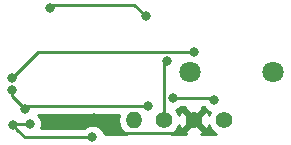
<source format=gbl>
G04 #@! TF.FileFunction,Copper,L2,Bot,Signal*
%FSLAX46Y46*%
G04 Gerber Fmt 4.6, Leading zero omitted, Abs format (unit mm)*
G04 Created by KiCad (PCBNEW 4.1.0-alpha+201608131231+7028~46~ubuntu16.04.1-product) date Sun Aug 14 13:26:06 2016*
%MOMM*%
%LPD*%
G01*
G04 APERTURE LIST*
%ADD10C,0.100000*%
%ADD11C,1.397000*%
%ADD12O,1.397000X1.397000*%
%ADD13C,1.800000*%
%ADD14C,0.800000*%
%ADD15C,0.250000*%
%ADD16C,0.254000*%
G04 APERTURE END LIST*
D10*
D11*
X100730000Y-86500000D03*
X103270000Y-86500000D03*
D12*
X98190000Y-86500000D03*
D11*
X105810000Y-86500000D03*
D13*
X110000000Y-82400000D03*
X103000000Y-82400000D03*
D14*
X95700000Y-86974990D03*
X88980777Y-85553957D03*
X87900000Y-83900000D03*
X104988935Y-84818556D03*
X99405152Y-85298011D03*
X101500000Y-84600000D03*
X89400000Y-86800000D03*
X87949988Y-86895050D03*
X94700000Y-87900023D03*
X87857847Y-82900877D03*
X103300000Y-80700000D03*
X101000000Y-81500000D03*
X99200000Y-77700000D03*
X91100000Y-77000000D03*
D15*
X94725010Y-86000000D02*
X95700000Y-86974990D01*
X96099999Y-87374989D02*
X95700000Y-86974990D01*
X102195011Y-87574989D02*
X96299999Y-87574989D01*
X96299999Y-87574989D02*
X96099999Y-87374989D01*
X103270000Y-86500000D02*
X102195011Y-87574989D01*
X95700000Y-86600000D02*
X95700000Y-86974990D01*
X87900000Y-83900000D02*
X87900000Y-84473180D01*
X87900000Y-84473180D02*
X88980777Y-85553957D01*
X99405152Y-85298011D02*
X89236723Y-85298011D01*
X89236723Y-85298011D02*
X88980777Y-85553957D01*
X104770379Y-84600000D02*
X104988935Y-84818556D01*
X101500000Y-84600000D02*
X104770379Y-84600000D01*
X89400000Y-86800000D02*
X88045038Y-86800000D01*
X88045038Y-86800000D02*
X87949988Y-86895050D01*
X94700000Y-87900023D02*
X88954961Y-87900023D01*
X88954961Y-87900023D02*
X88349987Y-87295049D01*
X88349987Y-87295049D02*
X87949988Y-86895050D01*
X87868645Y-82900877D02*
X87857847Y-82900877D01*
X88100000Y-82669522D02*
X87868645Y-82900877D01*
X88285680Y-82483842D02*
X88100000Y-82669522D01*
X88100000Y-82669522D02*
X87885681Y-82883841D01*
X90069522Y-80700000D02*
X88285680Y-82483842D01*
X103300000Y-80700000D02*
X90069522Y-80700000D01*
X100730000Y-86500000D02*
X100730000Y-81770000D01*
X100730000Y-81770000D02*
X101000000Y-81500000D01*
X95100000Y-76700000D02*
X98200000Y-76700000D01*
X98200000Y-76700000D02*
X99200000Y-77700000D01*
X91300000Y-76700000D02*
X91300000Y-76800000D01*
X91300000Y-76800000D02*
X91100000Y-77000000D01*
X95100000Y-76700000D02*
X91300000Y-76700000D01*
D16*
G36*
X102515417Y-85565812D02*
X103270000Y-86320395D01*
X104024583Y-85565812D01*
X103970727Y-85360000D01*
X104092783Y-85360000D01*
X104110993Y-85404071D01*
X104401889Y-85695475D01*
X104656309Y-85801119D01*
X104546686Y-86065118D01*
X104439800Y-85807071D01*
X104204188Y-85745417D01*
X103449605Y-86500000D01*
X104204188Y-87254583D01*
X104439800Y-87192929D01*
X104538083Y-86913688D01*
X104678854Y-87254380D01*
X105053647Y-87629827D01*
X105198560Y-87690000D01*
X103914162Y-87690000D01*
X103962929Y-87669800D01*
X104024583Y-87434188D01*
X103270000Y-86679605D01*
X102515417Y-87434188D01*
X102577071Y-87669800D01*
X102634463Y-87690000D01*
X101341942Y-87690000D01*
X101484380Y-87631146D01*
X101859827Y-87256353D01*
X101993314Y-86934882D01*
X102100200Y-87192929D01*
X102335812Y-87254583D01*
X103090395Y-86500000D01*
X102335812Y-85745417D01*
X102100200Y-85807071D01*
X102001917Y-86086312D01*
X101861146Y-85745620D01*
X101737486Y-85621744D01*
X102085515Y-85477942D01*
X102203663Y-85360000D01*
X102569273Y-85360000D01*
X102515417Y-85565812D01*
X102515417Y-85565812D01*
G37*
X102515417Y-85565812D02*
X103270000Y-86320395D01*
X104024583Y-85565812D01*
X103970727Y-85360000D01*
X104092783Y-85360000D01*
X104110993Y-85404071D01*
X104401889Y-85695475D01*
X104656309Y-85801119D01*
X104546686Y-86065118D01*
X104439800Y-85807071D01*
X104204188Y-85745417D01*
X103449605Y-86500000D01*
X104204188Y-87254583D01*
X104439800Y-87192929D01*
X104538083Y-86913688D01*
X104678854Y-87254380D01*
X105053647Y-87629827D01*
X105198560Y-87690000D01*
X103914162Y-87690000D01*
X103962929Y-87669800D01*
X104024583Y-87434188D01*
X103270000Y-86679605D01*
X102515417Y-87434188D01*
X102577071Y-87669800D01*
X102634463Y-87690000D01*
X101341942Y-87690000D01*
X101484380Y-87631146D01*
X101859827Y-87256353D01*
X101993314Y-86934882D01*
X102100200Y-87192929D01*
X102335812Y-87254583D01*
X103090395Y-86500000D01*
X102335812Y-85745417D01*
X102100200Y-85807071D01*
X102001917Y-86086312D01*
X101861146Y-85745620D01*
X101737486Y-85621744D01*
X102085515Y-85477942D01*
X102203663Y-85360000D01*
X102569273Y-85360000D01*
X102515417Y-85565812D01*
G36*
X96830375Y-86500000D02*
X96931882Y-87010308D01*
X97220948Y-87442927D01*
X97590720Y-87690000D01*
X95733092Y-87690000D01*
X95577942Y-87314508D01*
X95287046Y-87023104D01*
X94906777Y-86865203D01*
X94495029Y-86864844D01*
X94114485Y-87022081D01*
X93996337Y-87140023D01*
X90379492Y-87140023D01*
X90434820Y-87006777D01*
X90435179Y-86595029D01*
X90277942Y-86214485D01*
X90121741Y-86058011D01*
X96918292Y-86058011D01*
X96830375Y-86500000D01*
X96830375Y-86500000D01*
G37*
X96830375Y-86500000D02*
X96931882Y-87010308D01*
X97220948Y-87442927D01*
X97590720Y-87690000D01*
X95733092Y-87690000D01*
X95577942Y-87314508D01*
X95287046Y-87023104D01*
X94906777Y-86865203D01*
X94495029Y-86864844D01*
X94114485Y-87022081D01*
X93996337Y-87140023D01*
X90379492Y-87140023D01*
X90434820Y-87006777D01*
X90435179Y-86595029D01*
X90277942Y-86214485D01*
X90121741Y-86058011D01*
X96918292Y-86058011D01*
X96830375Y-86500000D01*
M02*

</source>
